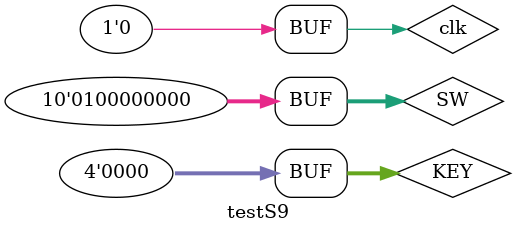
<source format=v>
`timescale 1ns/1ns

module testS9;
	reg clk = 0;
	reg [9:0]SW = 0;
	reg [3:0]KEY = 0;

	wire [9:0]LEDR;
	wire [6:0]HEX0;
	wire [6:0]HEX1;
	wire [6:0]HEX2;
	wire [6:0]HEX3;
	wire [6:0]HEX4;
	wire [6:0]HEX5;
	
	MyComputer mc(clk, LEDR, SW, KEY, HEX0, HEX1, HEX2, HEX3, HEX4, HEX5);	
	
	initial begin
		repeat (200) #10 clk = !clk;
	end
	
	initial begin
		SW[8] = 1;
	end
endmodule

</source>
